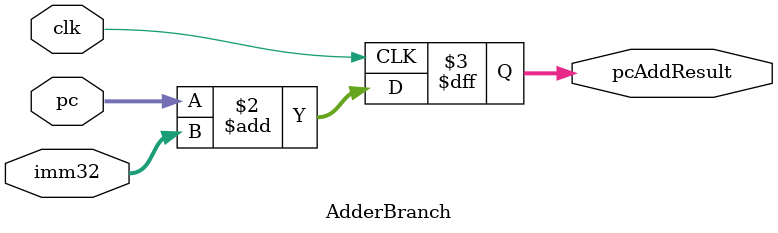
<source format=v>
`timescale 1ns / 1ps

module AdderBranch(clk,
                    pc,
                   imm32,
                   pcAddResult);
   input clk;
   input [31:0] pc, imm32;
   output reg [31:0] pcAddResult;
   
   always @(posedge clk) begin
      pcAddResult = pc + imm32;
   end
   
endmodule // main

</source>
